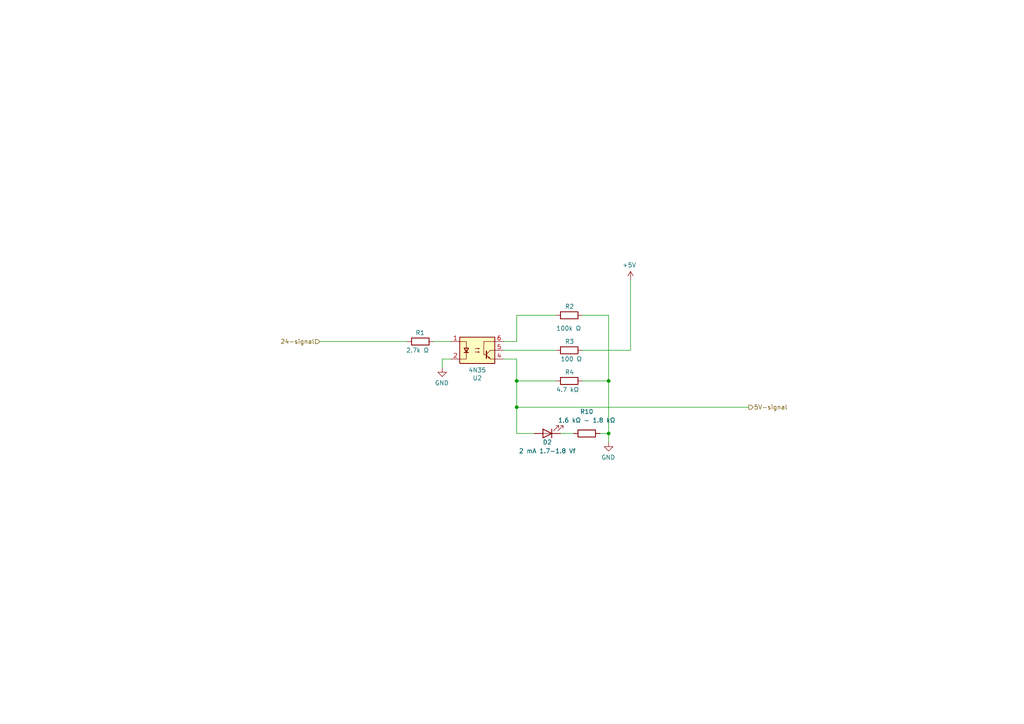
<source format=kicad_sch>
(kicad_sch (version 20211123) (generator eeschema)
  (paper "A4")
  (lib_symbols
    (symbol "Device:LED" (pin_numbers hide) (pin_names (offset 1.016) hide)
      (property "Reference" "D" (at 0 2.54 0))
      (property "Value" "LED" (at 0 -2.54 0))
      (symbol "LED_0_1"
        (polyline (pts (xy -1.27 -1.27) (xy -1.27 1.27)) (stroke (width 0.254)))
        (polyline (pts (xy -1.27 0) (xy 1.27 0)))
        (polyline (pts (xy 1.27 -1.27) (xy 1.27 1.27) (xy -1.27 0) (xy 1.27 -1.27)) (stroke (width 0.254)))
        (polyline (pts (xy -3.048 -0.762) (xy -4.572 -2.286) (xy -3.81 -2.286) (xy -4.572 -2.286) (xy -4.572 -1.524)))
        (polyline (pts (xy -1.778 -0.762) (xy -3.302 -2.286) (xy -2.54 -2.286) (xy -3.302 -2.286) (xy -3.302 -1.524)))
      )
      (symbol "LED_1_1"
        (pin passive line (at -3.81 0 0) (length 2.54) (name "K") (number "1"))
        (pin passive line (at 3.81 0 180) (length 2.54) (name "A") (number "2"))
      )
    )
    (symbol "Device:R" (pin_numbers hide) (pin_names (offset 0))
      (property "Reference" "R" (at 2.032 0 90))
      (property "Value" "R" (at 0 0 90))
      (symbol "R_0_1"
        (rectangle (start -1.016 -2.54) (end 1.016 2.54) (stroke (width 0.254)))
      )
      (symbol "R_1_1"
        (pin passive line (at 0 3.81 270) (length 1.27) (name "~") (number "1"))
        (pin passive line (at 0 -3.81 90) (length 1.27) (name "~") (number "2"))
      )
    )
    (symbol "Isolator:4N35" (pin_names (offset 1.016))
      (property "Reference" "U" (at -5.08 5.08 0))
      (property "Value" "4N35" (at 0 5.08 0))
      (symbol "4N35_0_1"
        (rectangle (start -5.08 3.81) (end 5.08 -3.81) (stroke (width 0.254)) (fill (type background)))
        (polyline (pts (xy -3.81 -0.635) (xy -2.54 -0.635)) (stroke (width 0.254)))
        (polyline (pts (xy 2.667 -1.397) (xy 3.81 -2.54)))
        (polyline (pts (xy 2.667 -1.143) (xy 3.81 0)))
        (polyline (pts (xy 3.81 -2.54) (xy 5.08 -2.54)))
        (polyline (pts (xy 3.81 0) (xy 5.08 0)))
        (polyline (pts (xy 2.667 -0.254) (xy 2.667 -2.286) (xy 2.667 -2.286)) (stroke (width 0.3556)))
        (polyline (pts (xy -5.08 -2.54) (xy -3.175 -2.54) (xy -3.175 2.54) (xy -5.08 2.54)))
        (polyline (pts (xy -3.175 -0.635) (xy -3.81 0.635) (xy -2.54 0.635) (xy -3.175 -0.635)) (stroke (width 0.254)))
        (polyline (pts (xy 3.683 -2.413) (xy 3.429 -1.905) (xy 3.175 -2.159) (xy 3.683 -2.413)))
        (polyline (pts (xy 5.08 2.54) (xy 1.905 2.54) (xy 1.905 -1.27) (xy 2.54 -1.27)))
        (polyline (pts (xy -0.635 -0.508) (xy 0.635 -0.508) (xy 0.254 -0.635) (xy 0.254 -0.381) (xy 0.635 -0.508)))
        (polyline (pts (xy -0.635 0.508) (xy 0.635 0.508) (xy 0.254 0.381) (xy 0.254 0.635) (xy 0.635 0.508)))
      )
      (symbol "4N35_1_1"
        (pin passive line (at -7.62 2.54 0) (length 2.54) (name "~") (number "1"))
        (pin passive line (at -7.62 -2.54 0) (length 2.54) (name "~") (number "2"))
        (pin no_connect line (at -5.08 0 0) (length 2.54) hide (name "NC") (number "3"))
        (pin passive line (at 7.62 -2.54 180) (length 2.54) (name "~") (number "4"))
        (pin passive line (at 7.62 0 180) (length 2.54) (name "~") (number "5"))
        (pin passive line (at 7.62 2.54 180) (length 2.54) (name "~") (number "6"))
      )
    )
    (symbol "power:+5V" (power) (pin_names (offset 0))
      (property "Value" "+5V" (at 0 3.556 0))
      (symbol "+5V_0_1"
        (polyline (pts (xy -0.762 1.27) (xy 0 2.54)))
        (polyline (pts (xy 0 0) (xy 0 2.54)))
        (polyline (pts (xy 0 2.54) (xy 0.762 1.27)))
      )
      (symbol "+5V_1_1"
        (pin power_in line (at 0 0 90) (length 0) hide (name "+5V") (number "1"))
      )
    )
    (symbol "power:GND" (power) (pin_names (offset 0))
      (property "Value" "GND" (at 0 -3.81 0))
      (symbol "GND_0_1"
        (polyline (pts (xy 0 0) (xy 0 -1.27) (xy 1.27 -1.27) (xy 0 -2.54) (xy -1.27 -1.27) (xy 0 -1.27)))
      )
      (symbol "GND_1_1"
        (pin power_in line (at 0 0 270) (length 0) hide (name "GND") (number "1"))
      )
    )
  )
  (junction (at 176.53 110.49))
  (junction (at 149.86 110.49))
  (junction (at 176.53 125.73))
  (junction (at 149.86 118.11))
  (wire (pts (xy 146.05 99.06) (xy 149.86 99.06)))
  (wire (pts (xy 130.81 99.06) (xy 125.73 99.06)))
  (wire (pts (xy 161.29 110.49) (xy 149.86 110.49)))
  (wire (pts (xy 146.05 101.6) (xy 161.29 101.6)))
  (wire (pts (xy 173.99 125.73) (xy 176.53 125.73)))
  (wire (pts (xy 149.86 91.44) (xy 161.29 91.44)))
  (wire (pts (xy 92.71 99.06) (xy 118.11 99.06)))
  (wire (pts (xy 176.53 110.49) (xy 176.53 91.44)))
  (wire (pts (xy 149.86 118.11) (xy 149.86 125.73)))
  (wire (pts (xy 162.56 125.73) (xy 166.37 125.73)))
  (wire (pts (xy 168.91 91.44) (xy 176.53 91.44)))
  (wire (pts (xy 149.86 118.11) (xy 217.17 118.11)))
  (wire (pts (xy 182.88 101.6) (xy 182.88 81.28)))
  (wire (pts (xy 149.86 118.11) (xy 149.86 110.49)))
  (wire (pts (xy 149.86 99.06) (xy 149.86 91.44)))
  (wire (pts (xy 149.86 125.73) (xy 154.94 125.73)))
  (wire (pts (xy 176.53 110.49) (xy 176.53 125.73)))
  (wire (pts (xy 149.86 104.14) (xy 149.86 110.49)))
  (wire (pts (xy 130.81 104.14) (xy 128.27 104.14)))
  (wire (pts (xy 168.91 101.6) (xy 182.88 101.6)))
  (wire (pts (xy 146.05 104.14) (xy 149.86 104.14)))
  (wire (pts (xy 176.53 125.73) (xy 176.53 128.27)))
  (wire (pts (xy 176.53 110.49) (xy 168.91 110.49)))
  (wire (pts (xy 128.27 104.14) (xy 128.27 106.68)))
  (hierarchical_label "24-signal" (shape input) (at 92.71 99.06 180))
  (hierarchical_label "5V-signal" (shape output) (at 217.17 118.11 0))
  (symbol (lib_id "Device:R") (at 121.92 99.06 90) (mirror x)
    (property "Reference" "R1" (at 123.19 96.52 90) (effects (justify left)))
    (property "Value" "2.7k Ω" (at 124.46 101.6 90) (effects (justify left)))
    (property "Footprint" "Resistor_THT:R_Axial_DIN0207_L6.3mm_D2.5mm_P2.54mm_Vertical" (effects hide))
  )
  (symbol (lib_id "Device:R") (at 170.18 125.73 90)
    (property "Reference" "R10" (at 170.18 119.38 90))
    (property "Value" "1.6 kΩ - 1.8 kΩ" (at 170.18 121.92 90))
    (property "Footprint" "Resistor_THT:R_Axial_DIN0207_L6.3mm_D2.5mm_P2.54mm_Vertical" (effects hide))
  )
  (symbol (lib_id "power:GND") (at 128.27 106.68 0) (mirror y)
    (property "Reference" "#PWR0117" (effects hide))
    (property "Value" "GND" (at 128.143 111.0742 0))
  )
  (symbol (lib_id "Isolator:4N35") (at 138.43 101.6 0)
    (property "Reference" "U2" (at 138.43 109.6518 0))
    (property "Value" "4N35" (at 138.43 107.3404 0))
    (property "Footprint" "Package_DIP:DIP-6_W7.62mm_Socket" (effects hide))
    (property "Datasheet" "https://www.vishay.com/docs/81181/4n35.pdf" (effects hide))
  )
  (symbol (lib_id "Device:R") (at 165.1 110.49 270) (mirror x)
    (property "Reference" "R4" (at 163.83 107.95 90) (effects (justify left)))
    (property "Value" "4.7 kΩ" (at 161.29 113.03 90) (effects (justify left)))
    (property "Footprint" "Resistor_THT:R_Axial_DIN0207_L6.3mm_D2.5mm_P2.54mm_Vertical" (effects hide))
  )
  (symbol (lib_id "power:+5V") (at 182.88 81.28 0) (mirror y)
    (property "Reference" "#PWR0119" (effects hide))
    (property "Value" "+5V" (at 182.499 76.8858 0))
  )
  (symbol (lib_id "Device:R") (at 165.1 101.6 270) (mirror x)
    (property "Reference" "R3" (at 163.83 99.06 90) (effects (justify left)))
    (property "Value" "100 Ω" (at 162.56 104.14 90) (effects (justify left)))
    (property "Footprint" "Resistor_THT:R_Axial_DIN0207_L6.3mm_D2.5mm_P2.54mm_Vertical" (effects hide))
  )
  (symbol (lib_id "power:GND") (at 176.53 128.27 0) (mirror y)
    (property "Reference" "#PWR0118" (effects hide))
    (property "Value" "GND" (at 176.403 132.6642 0))
  )
  (symbol (lib_id "Device:LED") (at 158.75 125.73 180)
    (property "Reference" "D2" (at 158.75 128.27 0))
    (property "Value" "2 mA 1.7-1.8 Vf" (at 158.75 130.81 0))
    (property "Footprint" "LED_THT:LED_D5.0mm" (effects hide))
  )
  (symbol (lib_id "Device:R") (at 165.1 91.44 270) (mirror x)
    (property "Reference" "R2" (at 163.83 88.9 90) (effects (justify left)))
    (property "Value" "100k Ω" (at 161.29 95.25 90) (effects (justify left)))
    (property "Footprint" "Resistor_THT:R_Axial_DIN0207_L6.3mm_D2.5mm_P2.54mm_Vertical" (effects hide))
  )
)
</source>
